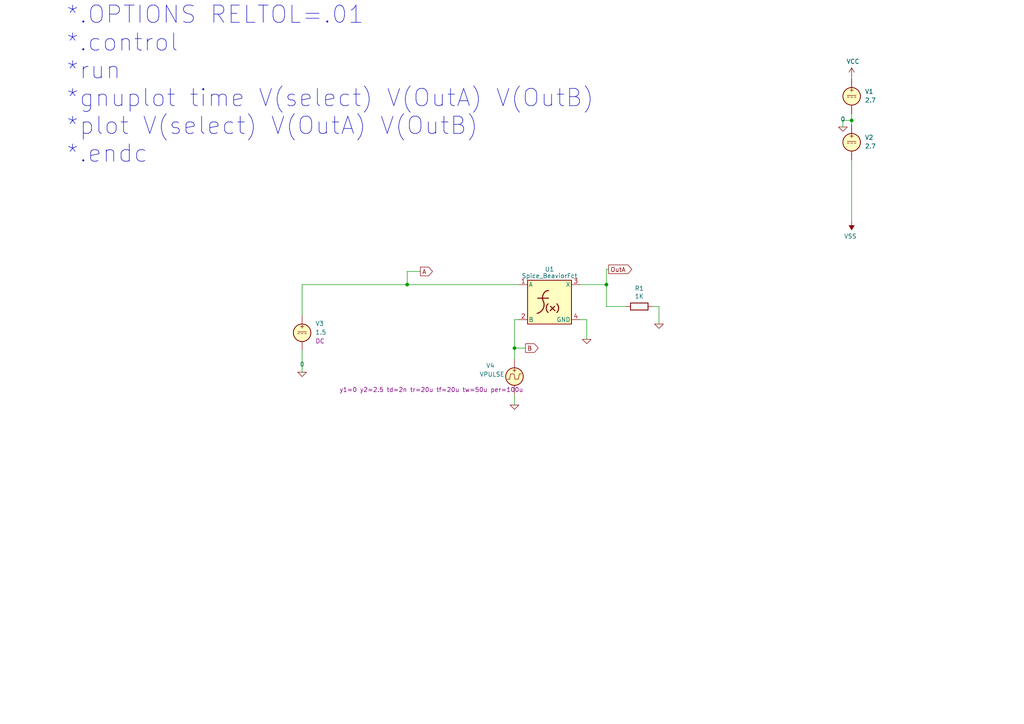
<source format=kicad_sch>
(kicad_sch (version 20230121) (generator eeschema)
  (paper "A4")
  (lib_symbols
    (symbol "0x190FULL_SpiceOnly:Behavioral_Fonction_alterable" (pin_names (offset 0.254))
      (property "Reference" "U" (at -3.81 11.43 0))
      (property "Value" "Spice_BeaviorFct" (at -1.27 8.89 0))
      (property "Datasheet" "${FULL_BASE_LIB}\\Full-Spice\\0x190FULL_SpiceOnly\\Spice-BehaviorMath\\Spice-BehaviorMath_T000_TFN.kicad_sch" (at 19.05 -25.4 0))
      (property "Sim.Library" "Spice-BehaviorMath_T000_TFN.lib" (at 19.05 -21.59 0))
      (symbol "Behavioral_Fonction_alterable_1_1"
        (rectangle (start -6.35 6.35) (end 6.35 -6.35) (stroke (width 0.254)) (fill (type background)))
        (arc (start -3.607 -3.2554) (mid -3.2668 -3.1739) (end -2.9512 -3.0231) (stroke (width 0.3)))
        (arc (start -2.9677 -3.0171) (mid -1.7444 -1.6583) (end -1.7493 0.17) (stroke (width 0.3)))
        (arc (start -1.8216 1.0872) (mid -1.8216 1.0872) (end -1.8216 1.0872))
        (arc (start -1.0494 3.1857) (mid -1.9709 1.8307) (end -1.773 0.204) (stroke (width 0.3)))
        (arc (start -0.4277 -0.4771) (mid -0.9537 -1.7471) (end -0.4277 -3.0171) (stroke (width 0.3)))
        (arc (start -0.2769 3.3082) (mid -0.6789 3.3165) (end -1.0544 3.1727) (stroke (width 0.3)))
        (polyline (pts (xy -3.4422 1.1415) (xy -0.2958 1.1415)) (stroke (width 0.3)))
        (polyline (pts (xy 0.2065 -2.4818) (xy 1.4765 -1.2118)) (stroke (width 0.3)))
        (polyline (pts (xy 1.563 -2.496) (xy 0.293 -1.226)) (stroke (width 0.3)))
        (arc (start 2.1125 -3.0171) (mid 2.6385 -1.7471) (end 2.1125 -0.4771) (stroke (width 0.3)))
        (pin passive line (at -8.89 5.08 0) (length 2.54) (name "A") (number "1"))
        (pin input line (at -8.89 -5.08 0) (length 2.54) (name "B") (number "2"))
        (pin passive line (at 8.89 5.08 180) (length 2.54) (name "X") (number "3"))
        (pin passive line (at 8.89 -5.08 180) (length 2.54) (name "GND") (number "4"))
      )
    )
    (symbol "Device:R" (pin_numbers hide) (pin_names (offset 0))
      (property "Reference" "R" (at 2.032 0 90))
      (property "Value" "R" (at 0 0 90))
      (symbol "R_0_1"
        (rectangle (start -1.016 -2.54) (end 1.016 2.54) (stroke (width 0.254)))
      )
      (symbol "R_1_1"
        (pin passive line (at 0 3.81 270) (length 1.27) (name "~") (number "1"))
        (pin passive line (at 0 -3.81 90) (length 1.27) (name "~") (number "2"))
      )
    )
    (symbol "Simulation_SPICE:VDC" (pin_numbers hide) (pin_names (offset 0.0254))
      (property "Reference" "V" (at 2.54 2.54 0))
      (property "Value" "1" (at 2.54 0 0))
      (symbol "VDC_0_0"
        (polyline (pts (xy -1.27 0.254) (xy 1.27 0.254)))
        (polyline (pts (xy -0.762 -0.254) (xy -1.27 -0.254)))
        (polyline (pts (xy 0.254 -0.254) (xy -0.254 -0.254)))
        (polyline (pts (xy 1.27 -0.254) (xy 0.762 -0.254)))
        (text "+" (at 0 1.905 0) (effects (font (size 1.27 1.27))))
      )
      (symbol "VDC_0_1"
        (circle (center 0 0) (radius 2.54) (stroke (width 0.254)) (fill (type background)))
      )
      (symbol "VDC_1_1"
        (pin passive line (at 0 5.08 270) (length 2.54) (name "~") (number "1"))
        (pin passive line (at 0 -5.08 90) (length 2.54) (name "~") (number "2"))
      )
    )
    (symbol "Simulation_SPICE:VPULSE" (pin_numbers hide) (pin_names (offset 0.0254))
      (property "Reference" "V" (at 2.54 2.54 0))
      (property "Value" "VPULSE" (at 2.54 0 0))
      (property "Sim.Params" "y1=0 y2=1 td=2n tr=2n tf=2n tw=50n per=100n" (at 2.54 -2.54 0))
      (symbol "VPULSE_0_0"
        (polyline (pts (xy -2.032 -0.762) (xy -1.397 -0.762) (xy -1.143 0.762) (xy -0.127 0.762) (xy 0.127 -0.762) (xy 1.143 -0.762) (xy 1.397 0.762) (xy 2.032 0.762)))
        (text "+" (at 0 1.905 0) (effects (font (size 1.27 1.27))))
      )
      (symbol "VPULSE_0_1"
        (circle (center 0 0) (radius 2.54) (stroke (width 0.254)) (fill (type background)))
      )
      (symbol "VPULSE_1_1"
        (pin passive line (at 0 5.08 270) (length 2.54) (name "~") (number "1"))
        (pin passive line (at 0 -5.08 90) (length 2.54) (name "~") (number "2"))
      )
    )
    (symbol "Switch_Behavior_003_TFN-rescue:0-pspice" (power) (pin_names (offset 0))
      (property "Value" "0-pspice" (at 0 -1.778 0))
      (symbol "0-pspice_0_1"
        (polyline (pts (xy -1.27 0) (xy 0 -1.27) (xy 1.27 0) (xy -1.27 0)))
      )
      (symbol "0-pspice_1_1"
        (pin power_in line (at 0 0 0) (length 0) hide (name "0") (number "1"))
      )
    )
    (symbol "power:VCC" (power) (pin_names (offset 0))
      (property "Value" "VCC" (at 0 3.81 0))
      (symbol "VCC_0_1"
        (polyline (pts (xy -0.762 1.27) (xy 0 2.54)))
        (polyline (pts (xy 0 0) (xy 0 2.54)))
        (polyline (pts (xy 0 2.54) (xy 0.762 1.27)))
      )
      (symbol "VCC_1_1"
        (pin power_in line (at 0 0 90) (length 0) hide (name "VCC") (number "1"))
      )
    )
    (symbol "power:VSS" (power) (pin_names (offset 0))
      (property "Value" "VSS" (at 0 3.81 0))
      (symbol "VSS_0_1"
        (polyline (pts (xy 0 0) (xy 0 2.54)))
        (polyline (pts (xy 0.762 1.27) (xy -0.762 1.27) (xy 0 2.54) (xy 0.762 1.27)) (fill (type outline)))
      )
      (symbol "VSS_1_1"
        (pin power_in line (at 0 0 90) (length 0) hide (name "VSS") (number "1"))
      )
    )
  )
  (junction (at 149.225 100.965))
  (junction (at 247.015 34.925))
  (junction (at 175.895 82.55))
  (junction (at 118.11 82.55))
  (wire (pts (xy 244.475 34.925) (xy 247.015 34.925)))
  (wire (pts (xy 189.23 88.9) (xy 191.135 88.9)))
  (wire (pts (xy 247.015 36.195) (xy 247.015 34.925)))
  (wire (pts (xy 191.135 88.9) (xy 191.135 93.98)))
  (wire (pts (xy 152.4 100.965) (xy 149.225 100.965)))
  (wire (pts (xy 121.92 78.74) (xy 118.11 78.74)))
  (wire (pts (xy 87.63 107.95) (xy 87.63 101.6)))
  (wire (pts (xy 149.225 92.71) (xy 149.225 100.965)))
  (wire (pts (xy 87.63 82.55) (xy 118.11 82.55)))
  (wire (pts (xy 175.895 78.105) (xy 176.53 78.105)))
  (wire (pts (xy 118.11 82.55) (xy 150.495 82.55)))
  (wire (pts (xy 175.895 78.105) (xy 175.895 82.55)))
  (wire (pts (xy 87.63 82.55) (xy 87.63 91.44)))
  (wire (pts (xy 175.895 88.9) (xy 181.61 88.9)))
  (wire (pts (xy 247.015 34.925) (xy 247.015 33.02)))
  (wire (pts (xy 168.275 82.55) (xy 175.895 82.55)))
  (wire (pts (xy 244.475 36.83) (xy 244.475 34.925)))
  (wire (pts (xy 247.015 22.225) (xy 247.015 22.86)))
  (wire (pts (xy 247.015 46.355) (xy 247.015 64.135)))
  (wire (pts (xy 118.11 78.74) (xy 118.11 82.55)))
  (wire (pts (xy 168.275 92.71) (xy 170.18 92.71)))
  (wire (pts (xy 175.895 82.55) (xy 175.895 88.9)))
  (wire (pts (xy 149.225 104.14) (xy 149.225 100.965)))
  (wire (pts (xy 170.18 92.71) (xy 170.18 98.425)))
  (wire (pts (xy 150.495 92.71) (xy 149.225 92.71)))
  (wire (pts (xy 149.225 117.475) (xy 149.225 114.3)))
  (text ".tran 1m 100m 0 uic\n*.options cshunt = 1e-13\n*.OPTIONS ITL1=2000\n*.OPTIONS RELTOL=.01\n*.control\n*run\n*gnuplot time V(select) V(OutA) V(OutB)\n*plot V(select) V(OutA) V(OutB)\n*.endc" (at 19.05 47.625 0) (effects (font (size 5.0038 5.0038)) (justify left bottom)))
  (global_label "OutA" (shape output) (at 176.53 78.105 0) (property "Intersheetrefs" "${INTERSHEET_REFS}" (effects hide)))
  (global_label "B" (shape output) (at 152.4 100.965 0) (property "Intersheetrefs" "${INTERSHEET_REFS}" (effects hide)))
  (global_label "A" (shape output) (at 121.92 78.74 0) (property "Intersheetrefs" "${INTERSHEET_REFS}" (effects hide)))
  (symbol (lib_id "Switch_Behavior_003_TFN-rescue:0-pspice") (at 244.475 36.83 0) (unit 1)
    (property "Reference" "#GND0101" (effects hide))
    (property "Value" "0" (at 244.475 34.5694 0))
  )
  (symbol (lib_id "power:VCC") (at 247.015 22.225 0) (unit 1)
    (property "Reference" "#PWR0102" (effects hide))
    (property "Value" "VCC" (at 247.396 17.8308 0))
  )
  (symbol (lib_id "power:VSS") (at 247.015 64.135 180) (unit 1)
    (property "Reference" "#PWR0101" (effects hide))
    (property "Value" "VSS" (at 246.634 68.5292 0))
  )
  (symbol (lib_id "Switch_Behavior_003_TFN-rescue:0-pspice") (at 87.63 107.95 0) (unit 1)
    (property "Reference" "#GND0102" (effects hide))
    (property "Value" "0" (at 87.63 105.6894 0))
  )
  (symbol (lib_id "Switch_Behavior_003_TFN-rescue:0-pspice") (at 149.225 117.475 0) (unit 1)
    (property "Reference" "#GND0103" (effects hide))
    (property "Value" "0" (effects hide))
  )
  (symbol (lib_id "Device:R") (at 185.42 88.9 270) (unit 1)
    (property "Reference" "R1" (at 185.42 83.6422 90))
    (property "Value" "1K" (at 185.42 85.9536 90))
  )
  (symbol (lib_id "0x190FULL_SpiceOnly:Behavioral_Fonction_alterable") (at 159.385 87.63 0) (unit 1)
    (property "Reference" "U1" (at 159.385 78.105 0))
    (property "Value" "Spice_BeaviorFct" (at 159.385 80.01 0))
    (property "Datasheet" "${FULL_BASE_LIB}\\Full-Spice\\0x190FULL_SpiceOnly\\Spice-BehaviorMath\\Spice-BehaviorMath_T000_TFN.kicad_sch" (effects hide))
    (property "Sim.Library" "Spice-BehaviorMath_T000_TFN.lib" (effects hide))
    (property "Sim.Name" "Spice_BeaviorFct" (effects hide))
    (property "Sim.Device" "SUBCKT" (effects hide))
    (property "Sim.Pins" "1=1 2=2 3=3 4=4" (effects hide))
  )
  (symbol (lib_id "Simulation_SPICE:VPULSE") (at 149.225 109.22 0) (unit 1)
    (property "Reference" "V4" (at 140.97 106.045 0) (effects (justify left)))
    (property "Value" "VPULSE" (at 139.065 108.585 0) (effects (justify left)))
    (property "Sim.Pins" "1=+ 2=-" (effects hide))
    (property "Sim.Type" "PULSE" (effects hide))
    (property "Sim.Device" "V" (effects hide))
    (property "Sim.Params" "y1=0 y2=2.5 td=2n tr=20u tf=20u tw=50u per=100u" (at 98.425 113.03 0) (effects (justify left)))
  )
  (symbol (lib_id "Switch_Behavior_003_TFN-rescue:0-pspice") (at 191.135 93.98 0) (unit 1)
    (property "Reference" "#GND01" (effects hide))
    (property "Value" "0" (effects hide))
  )
  (symbol (lib_id "Simulation_SPICE:VDC") (at 247.015 27.94 0) (unit 1)
    (property "Reference" "V1" (at 250.825 26.5402 0) (effects (justify left)))
    (property "Value" "2.7" (at 250.825 29.0802 0) (effects (justify left)))
    (property "Sim.Pins" "1=+ 2=-" (effects hide))
    (property "Sim.Type" "DC" (effects hide))
    (property "Sim.Device" "V" (effects hide))
  )
  (symbol (lib_id "Simulation_SPICE:VDC") (at 247.015 41.275 0) (unit 1)
    (property "Reference" "V2" (at 250.825 39.8752 0) (effects (justify left)))
    (property "Value" "2.7" (at 250.825 42.4152 0) (effects (justify left)))
    (property "Sim.Pins" "1=+ 2=-" (effects hide))
    (property "Sim.Type" "DC" (effects hide))
    (property "Sim.Device" "V" (effects hide))
  )
  (symbol (lib_id "Simulation_SPICE:VDC") (at 87.63 96.52 0) (unit 1)
    (property "Reference" "V3" (at 91.44 93.8502 0) (effects (justify left)))
    (property "Value" "1.5" (at 91.44 96.3902 0) (effects (justify left)))
    (property "Sim.Pins" "1=+ 2=-" (effects hide))
    (property "Sim.Type" "DC" (at 91.44 98.9302 0) (effects (justify left)))
    (property "Sim.Device" "V" (effects hide))
  )
  (symbol (lib_id "Switch_Behavior_003_TFN-rescue:0-pspice") (at 170.18 98.425 0) (unit 1)
    (property "Reference" "#GND02" (effects hide))
    (property "Value" "0" (effects hide))
  )
)
</source>
